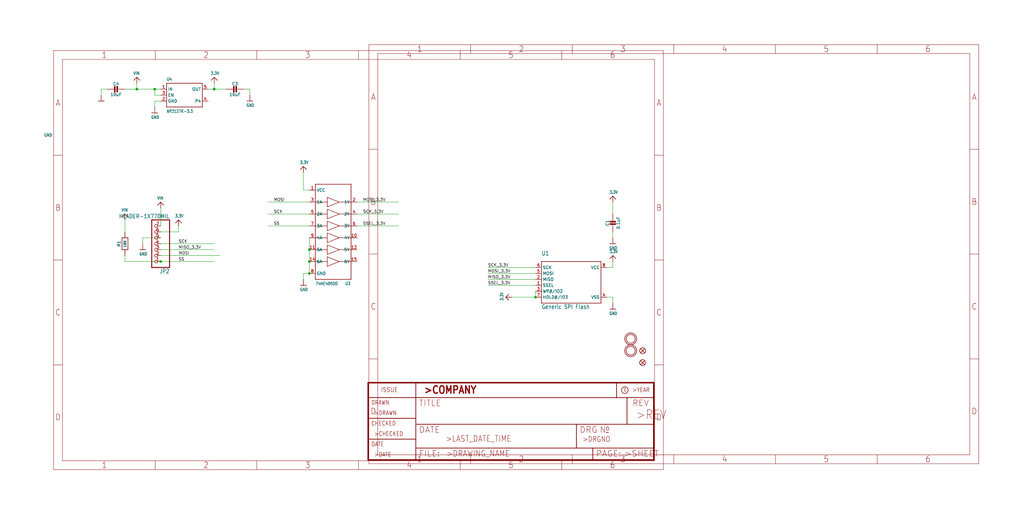
<source format=kicad_sch>
(kicad_sch (version 20211123) (generator eeschema)
  (paper "User" 437.134 220.421)
  (lib_symbols
    (symbol "eagleSchem-eagle-import:3.3V" (power)
      (property "Value" "3.3V" (at -1.524 1.016 0))
      (symbol "3.3V_1_0"
        (polyline (pts (xy -1.27 -1.27) (xy 0 0)) (stroke (width 0.254)))
        (polyline (pts (xy 0 0) (xy 1.27 -1.27)) (stroke (width 0.254)))
        (pin power_in line (at 0 -2.54 90) (length 2.54) (name "3.3V") (number "1"))
      )
    )
    (symbol "eagleSchem-eagle-import:74HC4050DTSSOP"
      (property "Reference" "U" (at -7.62 22.86 0))
      (property "Value" "74HC4050DTSSOP" (at -7.62 -22.86 0))
      (symbol "74HC4050DTSSOP_1_0"
        (polyline (pts (xy -7.62 -20.32) (xy -7.62 20.32)) (stroke (width 0.254)))
        (polyline (pts (xy -7.62 -12.7) (xy -2.54 -12.7)) (stroke (width 0.2032)))
        (polyline (pts (xy -7.62 -7.62) (xy -2.54 -7.62)) (stroke (width 0.2032)))
        (polyline (pts (xy -7.62 -2.54) (xy -2.54 -2.54)) (stroke (width 0.2032)))
        (polyline (pts (xy -7.62 2.54) (xy -2.54 2.54)) (stroke (width 0.2032)))
        (polyline (pts (xy -7.62 7.62) (xy -2.54 7.62)) (stroke (width 0.2032)))
        (polyline (pts (xy -7.62 12.7) (xy -2.54 12.7)) (stroke (width 0.2032)))
        (polyline (pts (xy -7.62 20.32) (xy 7.62 20.32)) (stroke (width 0.254)))
        (polyline (pts (xy -2.54 -14.732) (xy -2.54 -12.7)) (stroke (width 0.2032)))
        (polyline (pts (xy -2.54 -14.732) (xy 2.54 -12.7)) (stroke (width 0.2032)))
        (polyline (pts (xy -2.54 -12.7) (xy -2.54 -10.668)) (stroke (width 0.2032)))
        (polyline (pts (xy -2.54 -9.652) (xy -2.54 -7.62)) (stroke (width 0.2032)))
        (polyline (pts (xy -2.54 -9.652) (xy 2.54 -7.62)) (stroke (width 0.2032)))
        (polyline (pts (xy -2.54 -7.62) (xy -2.54 -5.588)) (stroke (width 0.2032)))
        (polyline (pts (xy -2.54 -4.572) (xy -2.54 -2.54)) (stroke (width 0.2032)))
        (polyline (pts (xy -2.54 -4.572) (xy 2.54 -2.54)) (stroke (width 0.2032)))
        (polyline (pts (xy -2.54 -2.54) (xy -2.54 -0.508)) (stroke (width 0.2032)))
        (polyline (pts (xy -2.54 0.508) (xy -2.54 2.54)) (stroke (width 0.2032)))
        (polyline (pts (xy -2.54 0.508) (xy 2.54 2.54)) (stroke (width 0.2032)))
        (polyline (pts (xy -2.54 2.54) (xy -2.54 4.572)) (stroke (width 0.2032)))
        (polyline (pts (xy -2.54 5.588) (xy -2.54 7.62)) (stroke (width 0.2032)))
        (polyline (pts (xy -2.54 5.588) (xy 2.54 7.62)) (stroke (width 0.2032)))
        (polyline (pts (xy -2.54 7.62) (xy -2.54 9.652)) (stroke (width 0.2032)))
        (polyline (pts (xy -2.54 10.668) (xy -2.54 12.7)) (stroke (width 0.2032)))
        (polyline (pts (xy -2.54 10.668) (xy 2.54 12.7)) (stroke (width 0.2032)))
        (polyline (pts (xy -2.54 12.7) (xy -2.54 14.732)) (stroke (width 0.2032)))
        (polyline (pts (xy 2.54 -12.7) (xy -2.54 -10.668)) (stroke (width 0.2032)))
        (polyline (pts (xy 2.54 -12.7) (xy 7.62 -12.7)) (stroke (width 0.2032)))
        (polyline (pts (xy 2.54 -7.62) (xy -2.54 -5.588)) (stroke (width 0.2032)))
        (polyline (pts (xy 2.54 -7.62) (xy 7.62 -7.62)) (stroke (width 0.2032)))
        (polyline (pts (xy 2.54 -2.54) (xy -2.54 -0.508)) (stroke (width 0.2032)))
        (polyline (pts (xy 2.54 -2.54) (xy 7.62 -2.54)) (stroke (width 0.2032)))
        (polyline (pts (xy 2.54 2.54) (xy -2.54 4.572)) (stroke (width 0.2032)))
        (polyline (pts (xy 2.54 2.54) (xy 7.62 2.54)) (stroke (width 0.2032)))
        (polyline (pts (xy 2.54 7.62) (xy -2.54 9.652)) (stroke (width 0.2032)))
        (polyline (pts (xy 2.54 7.62) (xy 7.62 7.62)) (stroke (width 0.2032)))
        (polyline (pts (xy 2.54 12.7) (xy -2.54 14.732)) (stroke (width 0.2032)))
        (polyline (pts (xy 2.54 12.7) (xy 7.62 12.7)) (stroke (width 0.2032)))
        (polyline (pts (xy 7.62 -20.32) (xy -7.62 -20.32)) (stroke (width 0.254)))
        (polyline (pts (xy 7.62 12.7) (xy 7.62 -20.32)) (stroke (width 0.254)))
        (polyline (pts (xy 7.62 20.32) (xy 7.62 12.7)) (stroke (width 0.254)))
        (pin bidirectional line (at -10.16 17.78 0) (length 2.54) (name "VCC") (number "1"))
        (pin bidirectional line (at 10.16 -2.54 180) (length 2.54) (name "4Y") (number "10"))
        (pin bidirectional line (at -10.16 -7.62 0) (length 2.54) (name "5A") (number "11"))
        (pin bidirectional line (at 10.16 -7.62 180) (length 2.54) (name "5Y") (number "12"))
        (pin bidirectional line (at -10.16 -12.7 0) (length 2.54) (name "6A") (number "14"))
        (pin bidirectional line (at 10.16 -12.7 180) (length 2.54) (name "6Y") (number "15"))
        (pin bidirectional line (at 10.16 12.7 180) (length 2.54) (name "1Y") (number "2"))
        (pin bidirectional line (at -10.16 12.7 0) (length 2.54) (name "1A") (number "3"))
        (pin bidirectional line (at 10.16 7.62 180) (length 2.54) (name "2Y") (number "4"))
        (pin bidirectional line (at -10.16 7.62 0) (length 2.54) (name "2A") (number "5"))
        (pin bidirectional line (at 10.16 2.54 180) (length 2.54) (name "3Y") (number "6"))
        (pin bidirectional line (at -10.16 2.54 0) (length 2.54) (name "3A") (number "7"))
        (pin bidirectional line (at -10.16 -17.78 0) (length 2.54) (name "GND") (number "8"))
        (pin bidirectional line (at -10.16 -2.54 0) (length 2.54) (name "4A") (number "9"))
      )
    )
    (symbol "eagleSchem-eagle-import:CAP_CERAMIC0603_NO"
      (property "Reference" "C" (at -2.29 1.25 90))
      (property "Value" "CAP_CERAMIC0603_NO" (at 2.3 1.25 90))
      (symbol "CAP_CERAMIC0603_NO_1_0"
        (rectangle (start -1.27 0.508) (end 1.27 1.016) (fill (type outline)))
        (rectangle (start -1.27 1.524) (end 1.27 2.032) (fill (type outline)))
        (polyline (pts (xy 0 0.762) (xy 0 0)) (stroke (width 0.1524)))
        (polyline (pts (xy 0 2.54) (xy 0 1.778)) (stroke (width 0.1524)))
        (pin passive line (at 0 5.08 270) (length 2.54) (name "1") (number "1"))
        (pin passive line (at 0 -2.54 90) (length 2.54) (name "2") (number "2"))
      )
    )
    (symbol "eagleSchem-eagle-import:CAP_CERAMIC0805-NOOUTLINE"
      (property "Reference" "C" (at -2.29 1.25 90))
      (property "Value" "CAP_CERAMIC0805-NOOUTLINE" (at 2.3 1.25 90))
      (symbol "CAP_CERAMIC0805-NOOUTLINE_1_0"
        (rectangle (start -1.27 0.508) (end 1.27 1.016) (fill (type outline)))
        (rectangle (start -1.27 1.524) (end 1.27 2.032) (fill (type outline)))
        (polyline (pts (xy 0 0.762) (xy 0 0)) (stroke (width 0.1524)))
        (polyline (pts (xy 0 2.54) (xy 0 1.778)) (stroke (width 0.1524)))
        (pin passive line (at 0 5.08 270) (length 2.54) (name "1") (number "1"))
        (pin passive line (at 0 -2.54 90) (length 2.54) (name "2") (number "2"))
      )
    )
    (symbol "eagleSchem-eagle-import:FIDUCIAL_1MM"
      (symbol "FIDUCIAL_1MM_1_0"
        (polyline (pts (xy -0.762 0.762) (xy 0.762 -0.762)) (stroke (width 0.254)))
        (polyline (pts (xy 0.762 0.762) (xy -0.762 -0.762)) (stroke (width 0.254)))
        (circle (center 0 0) (radius 1.27) (stroke (width 0.254)))
      )
    )
    (symbol "eagleSchem-eagle-import:FRAME_A4"
      (symbol "FRAME_A4_0_0"
        (polyline (pts (xy 0 44.7675) (xy 3.81 44.7675)))
        (polyline (pts (xy 0 89.535) (xy 3.81 89.535)))
        (polyline (pts (xy 0 134.3025) (xy 3.81 134.3025)))
        (polyline (pts (xy 3.81 3.81) (xy 3.81 175.26)))
        (polyline (pts (xy 43.3917 0) (xy 43.3917 3.81)))
        (polyline (pts (xy 43.3917 175.26) (xy 43.3917 179.07)))
        (polyline (pts (xy 86.7833 0) (xy 86.7833 3.81)))
        (polyline (pts (xy 86.7833 175.26) (xy 86.7833 179.07)))
        (polyline (pts (xy 130.175 0) (xy 130.175 3.81)))
        (polyline (pts (xy 130.175 175.26) (xy 130.175 179.07)))
        (polyline (pts (xy 173.5667 0) (xy 173.5667 3.81)))
        (polyline (pts (xy 173.5667 175.26) (xy 173.5667 179.07)))
        (polyline (pts (xy 216.9583 0) (xy 216.9583 3.81)))
        (polyline (pts (xy 216.9583 175.26) (xy 216.9583 179.07)))
        (polyline (pts (xy 256.54 3.81) (xy 3.81 3.81)))
        (polyline (pts (xy 256.54 3.81) (xy 256.54 175.26)))
        (polyline (pts (xy 256.54 44.7675) (xy 260.35 44.7675)))
        (polyline (pts (xy 256.54 89.535) (xy 260.35 89.535)))
        (polyline (pts (xy 256.54 134.3025) (xy 260.35 134.3025)))
        (polyline (pts (xy 256.54 175.26) (xy 3.81 175.26)))
        (polyline (pts (xy 0 0) (xy 260.35 0) (xy 260.35 179.07) (xy 0 179.07) (xy 0 0)))
        (text "1" (at 21.6958 1.905 0) (effects (font (size 2.54 2.286))))
        (text "1" (at 21.6958 177.165 0) (effects (font (size 2.54 2.286))))
        (text "2" (at 65.0875 1.905 0) (effects (font (size 2.54 2.286))))
        (text "2" (at 65.0875 177.165 0) (effects (font (size 2.54 2.286))))
        (text "3" (at 108.4792 1.905 0) (effects (font (size 2.54 2.286))))
        (text "3" (at 108.4792 177.165 0) (effects (font (size 2.54 2.286))))
        (text "4" (at 151.8708 1.905 0) (effects (font (size 2.54 2.286))))
        (text "4" (at 151.8708 177.165 0) (effects (font (size 2.54 2.286))))
        (text "5" (at 195.2625 1.905 0) (effects (font (size 2.54 2.286))))
        (text "5" (at 195.2625 177.165 0) (effects (font (size 2.54 2.286))))
        (text "6" (at 238.6542 1.905 0) (effects (font (size 2.54 2.286))))
        (text "6" (at 238.6542 177.165 0) (effects (font (size 2.54 2.286))))
        (text "A" (at 1.905 156.6863 0) (effects (font (size 2.54 2.286))))
        (text "A" (at 258.445 156.6863 0) (effects (font (size 2.54 2.286))))
        (text "B" (at 1.905 111.9188 0) (effects (font (size 2.54 2.286))))
        (text "B" (at 258.445 111.9188 0) (effects (font (size 2.54 2.286))))
        (text "C" (at 1.905 67.1513 0) (effects (font (size 2.54 2.286))))
        (text "C" (at 258.445 67.1513 0) (effects (font (size 2.54 2.286))))
        (text "D" (at 1.905 22.3838 0) (effects (font (size 2.54 2.286))))
        (text "D" (at 258.445 22.3838 0) (effects (font (size 2.54 2.286))))
      )
      (symbol "FRAME_A4_1_0"
        (polyline (pts (xy 256.54 3.81) (xy 256.54 8.89)) (stroke (width 0.1016)))
        (polyline (pts (xy 256.54 8.89) (xy 256.54 13.97)) (stroke (width 0.1016)))
        (polyline (pts (xy 256.54 13.97) (xy 256.54 19.05)) (stroke (width 0.1016)))
        (polyline (pts (xy 256.54 19.05) (xy 256.54 36.83)) (stroke (width 0.1016)))
      )
      (symbol "FRAME_A4_2_0"
        (polyline (pts (xy -0.3048 1.5748) (xy 20.0152 1.5748)) (stroke (width 0.6096)))
        (polyline (pts (xy -0.3048 10.4648) (xy -0.3048 1.5748)) (stroke (width 0.6096)))
        (polyline (pts (xy -0.3048 10.4648) (xy 20.0152 10.4648)) (stroke (width 0.3048)))
        (polyline (pts (xy -0.3048 19.3548) (xy -0.3048 10.4648)) (stroke (width 0.6096)))
        (polyline (pts (xy -0.3048 19.3548) (xy 20.0152 19.3548)) (stroke (width 0.3048)))
        (polyline (pts (xy -0.3048 28.2448) (xy -0.3048 19.3548)) (stroke (width 0.6096)))
        (polyline (pts (xy -0.3048 28.2448) (xy 20.0152 28.2448)) (stroke (width 0.3048)))
        (polyline (pts (xy -0.3048 34.5948) (xy -0.3048 28.2448)) (stroke (width 0.6096)))
        (polyline (pts (xy 20.0152 1.5748) (xy 20.0152 6.6548)) (stroke (width 0.3048)))
        (polyline (pts (xy 20.0152 1.5748) (xy 95.5802 1.5748)) (stroke (width 0.6096)))
        (polyline (pts (xy 20.0152 6.6548) (xy 20.0152 10.4648)) (stroke (width 0.3048)))
        (polyline (pts (xy 20.0152 6.6548) (xy 88.5952 6.6548)) (stroke (width 0.3048)))
        (polyline (pts (xy 20.0152 10.4648) (xy 20.0152 16.8148)) (stroke (width 0.3048)))
        (polyline (pts (xy 20.0152 16.8148) (xy 20.0152 19.3548)) (stroke (width 0.3048)))
        (polyline (pts (xy 20.0152 19.3548) (xy 20.0152 28.2448)) (stroke (width 0.3048)))
        (polyline (pts (xy 20.0152 28.2448) (xy 20.0152 34.5948)) (stroke (width 0.3048)))
        (polyline (pts (xy 20.0152 28.2448) (xy 105.7402 28.2448)) (stroke (width 0.3048)))
        (polyline (pts (xy 20.0152 34.5948) (xy -0.3048 34.5948)) (stroke (width 0.6096)))
        (polyline (pts (xy 88.5952 6.6548) (xy 95.5802 6.6548)) (stroke (width 0.3048)))
        (polyline (pts (xy 88.5952 16.8148) (xy 20.0152 16.8148)) (stroke (width 0.3048)))
        (polyline (pts (xy 88.5952 16.8148) (xy 88.5952 6.6548)) (stroke (width 0.3048)))
        (polyline (pts (xy 95.5802 1.5748) (xy 121.6152 1.5748)) (stroke (width 0.6096)))
        (polyline (pts (xy 95.5802 6.6548) (xy 95.5802 1.5748)) (stroke (width 0.3048)))
        (polyline (pts (xy 95.5802 6.6548) (xy 121.6152 6.6548)) (stroke (width 0.3048)))
        (polyline (pts (xy 101.2952 13.3223) (xy 102.2477 13.3223)) (stroke (width 0.254)))
        (polyline (pts (xy 105.7402 28.2448) (xy 105.7402 34.5948)) (stroke (width 0.3048)))
        (polyline (pts (xy 105.7402 28.2448) (xy 110.1852 28.2448)) (stroke (width 0.3048)))
        (polyline (pts (xy 105.7402 34.5948) (xy 20.0152 34.5948)) (stroke (width 0.6096)))
        (polyline (pts (xy 110.1852 16.8148) (xy 88.5952 16.8148)) (stroke (width 0.3048)))
        (polyline (pts (xy 110.1852 28.2448) (xy 110.1852 16.8148)) (stroke (width 0.3048)))
        (polyline (pts (xy 110.1852 28.2448) (xy 121.6152 28.2448)) (stroke (width 0.3048)))
        (polyline (pts (xy 121.6152 6.6548) (xy 121.6152 1.5748)) (stroke (width 0.6096)))
        (polyline (pts (xy 121.6152 16.8148) (xy 110.1852 16.8148)) (stroke (width 0.3048)))
        (polyline (pts (xy 121.6152 16.8148) (xy 121.6152 6.6548)) (stroke (width 0.6096)))
        (polyline (pts (xy 121.6152 28.2448) (xy 121.6152 16.8148)) (stroke (width 0.6096)))
        (polyline (pts (xy 121.6152 34.5948) (xy 105.7402 34.5948)) (stroke (width 0.6096)))
        (polyline (pts (xy 121.6152 34.5948) (xy 121.6152 28.2448)) (stroke (width 0.6096)))
        (circle (center 109.2327 31.4198) (radius 1.4199) (stroke (width 0.254)))
        (text ">CHECKED" (at 2.2352 11.7348 0) (effects (font (size 1.778 1.5113)) (justify left bottom)))
        (text ">COMPANY" (at 23.349 29.6735 0) (effects (font (size 3.175 2.6987) (thickness 0.5397) bold) (justify left bottom)))
        (text ">DATE" (at 2.2352 2.8448 0) (effects (font (size 1.778 1.5113)) (justify left bottom)))
        (text ">DRAWING_NAME" (at 33.0327 2.8448 0) (effects (font (size 2.54 2.159)) (justify left bottom)))
        (text ">DRAWN" (at 2.2352 20.6248 0) (effects (font (size 1.778 1.5113)) (justify left bottom)))
        (text ">DRGNO" (at 91.1352 9.1948 0) (effects (font (size 2.1844 1.8567)) (justify left bottom)))
        (text ">LAST_DATE_TIME" (at 32.7152 9.1948 0) (effects (font (size 2.54 2.159)) (justify left bottom)))
        (text ">REV" (at 113.9952 18.7198 0) (effects (font (size 3.81 3.2385)) (justify left bottom)))
        (text ">SHEET" (at 108.9152 2.8448 0) (effects (font (size 2.54 2.54)) (justify left bottom)))
        (text ">YEAR" (at 112.4077 30.4673 0) (effects (font (size 1.778 1.5113)) (justify left bottom)))
        (text "C" (at 108.7564 30.7848 0) (effects (font (size 1.27 1.0795)) (justify left bottom)))
        (text "CHECKED" (at 0.9652 16.1798 0) (effects (font (size 1.778 1.5113)) (justify left bottom)))
        (text "DATE" (at 0.9652 7.2898 0) (effects (font (size 1.778 1.5113)) (justify left bottom)))
        (text "DATE" (at 21.2852 13.0048 0) (effects (font (size 2.54 2.54)) (justify left bottom)))
        (text "DRAWN" (at 0.9652 25.0698 0) (effects (font (size 1.778 1.5113)) (justify left bottom)))
        (text "DRG" (at 89.8652 13.0048 0) (effects (font (size 2.54 2.54)) (justify left bottom)))
        (text "FILE:" (at 21.2852 2.8448 0) (effects (font (size 2.54 2.54)) (justify left bottom)))
        (text "ISSUE" (at 5.0927 30.4673 0) (effects (font (size 1.9304 1.6408)) (justify left bottom)))
        (text "N" (at 98.4377 13.0048 0) (effects (font (size 2.54 2.54)) (justify left bottom)))
        (text "o" (at 100.9777 13.9573 0) (effects (font (size 2.1844 1.8567)) (justify left bottom)))
        (text "PAGE:" (at 96.8502 2.8448 0) (effects (font (size 2.54 2.54)) (justify left bottom)))
        (text "REV" (at 112.4077 24.4348 0) (effects (font (size 2.54 2.54)) (justify left bottom)))
        (text "TITLE" (at 21.2852 24.4348 0) (effects (font (size 2.54 2.54)) (justify left bottom)))
      )
    )
    (symbol "eagleSchem-eagle-import:GND" (power)
      (property "Value" "GND" (at -1.524 -2.54 0))
      (symbol "GND_1_0"
        (polyline (pts (xy -1.27 0) (xy 1.27 0)) (stroke (width 0.254)))
        (pin power_in line (at 0 2.54 270) (length 2.54) (name "GND") (number "1"))
      )
    )
    (symbol "eagleSchem-eagle-import:HEADER-1X770MIL"
      (property "Reference" "JP" (at -6.35 10.795 0))
      (property "Value" "HEADER-1X770MIL" (at -6.35 -12.7 0))
      (symbol "HEADER-1X770MIL_1_0"
        (polyline (pts (xy -6.35 -10.16) (xy 1.27 -10.16)) (stroke (width 0.4064)))
        (polyline (pts (xy -6.35 10.16) (xy -6.35 -10.16)) (stroke (width 0.4064)))
        (polyline (pts (xy 1.27 -10.16) (xy 1.27 10.16)) (stroke (width 0.4064)))
        (polyline (pts (xy 1.27 10.16) (xy -6.35 10.16)) (stroke (width 0.4064)))
        (pin passive inverted (at -2.54 7.62 0) (length 2.54) (name "1") (number "1"))
        (pin passive inverted (at -2.54 5.08 0) (length 2.54) (name "2") (number "2"))
        (pin passive inverted (at -2.54 2.54 0) (length 2.54) (name "3") (number "3"))
        (pin passive inverted (at -2.54 0 0) (length 2.54) (name "4") (number "4"))
        (pin passive inverted (at -2.54 -2.54 0) (length 2.54) (name "5") (number "5"))
        (pin passive inverted (at -2.54 -5.08 0) (length 2.54) (name "6") (number "6"))
        (pin passive inverted (at -2.54 -7.62 0) (length 2.54) (name "7") (number "7"))
      )
    )
    (symbol "eagleSchem-eagle-import:MOUNTINGHOLE2.5"
      (symbol "MOUNTINGHOLE2.5_1_0"
        (circle (center 0 0) (radius 1.905) (stroke (width 0.254)))
        (circle (center 0 0) (radius 2.54) (stroke (width 0.254)))
      )
    )
    (symbol "eagleSchem-eagle-import:RESISTOR_0603_NOOUT"
      (property "Reference" "R" (at 0 2.54 0))
      (property "Value" "RESISTOR_0603_NOOUT" (at 0 0 0))
      (symbol "RESISTOR_0603_NOOUT_1_0"
        (polyline (pts (xy -2.54 -1.27) (xy -2.54 1.27)) (stroke (width 0.254)))
        (polyline (pts (xy -2.54 1.27) (xy 2.54 1.27)) (stroke (width 0.254)))
        (polyline (pts (xy 2.54 -1.27) (xy -2.54 -1.27)) (stroke (width 0.254)))
        (polyline (pts (xy 2.54 1.27) (xy 2.54 -1.27)) (stroke (width 0.254)))
        (pin passive line (at -5.08 0 0) (length 2.54) (name "1") (number "1"))
        (pin passive line (at 5.08 0 180) (length 2.54) (name "2") (number "2"))
      )
    )
    (symbol "eagleSchem-eagle-import:SPIFLASH_8PIN208MIL"
      (property "Reference" "U" (at -12.7 12.7 0))
      (property "Value" "SPIFLASH_8PIN208MIL" (at -12.7 -10.16 0))
      (symbol "SPIFLASH_8PIN208MIL_1_0"
        (polyline (pts (xy -12.7 -7.62) (xy -12.7 10.16)) (stroke (width 0.254)))
        (polyline (pts (xy -12.7 10.16) (xy 12.7 10.16)) (stroke (width 0.254)))
        (polyline (pts (xy 12.7 -7.62) (xy -12.7 -7.62)) (stroke (width 0.254)))
        (polyline (pts (xy 12.7 10.16) (xy 12.7 -7.62)) (stroke (width 0.254)))
        (pin bidirectional line (at -15.24 0 0) (length 2.54) (name "SSEL") (number "1"))
        (pin bidirectional line (at -15.24 2.54 0) (length 2.54) (name "MISO") (number "2"))
        (pin bidirectional line (at -15.24 -2.54 0) (length 2.54) (name "WP#/IO2") (number "3"))
        (pin bidirectional line (at 15.24 -5.08 180) (length 2.54) (name "VSS") (number "4"))
        (pin bidirectional line (at -15.24 5.08 0) (length 2.54) (name "MOSI") (number "5"))
        (pin bidirectional line (at -15.24 7.62 0) (length 2.54) (name "SCK") (number "6"))
        (pin bidirectional line (at -15.24 -5.08 0) (length 2.54) (name "HOLD#/IO3") (number "7"))
        (pin bidirectional line (at 15.24 7.62 180) (length 2.54) (name "VCC") (number "8"))
      )
    )
    (symbol "eagleSchem-eagle-import:VIN" (power)
      (property "Value" "VIN" (at -1.524 1.016 0))
      (symbol "VIN_1_0"
        (polyline (pts (xy -1.27 -1.27) (xy 0 0)) (stroke (width 0.254)))
        (polyline (pts (xy 0 0) (xy 1.27 -1.27)) (stroke (width 0.254)))
        (pin power_in line (at 0 -2.54 90) (length 2.54) (name "VIN") (number "1"))
      )
    )
    (symbol "eagleSchem-eagle-import:VREG_SOT23-5"
      (property "Reference" "U" (at -7.62 6.096 0))
      (property "Value" "VREG_SOT23-5" (at -7.62 -7.62 0))
      (symbol "VREG_SOT23-5_1_0"
        (polyline (pts (xy -7.62 -5.08) (xy -7.62 5.08)) (stroke (width 0.254)))
        (polyline (pts (xy -7.62 5.08) (xy 7.62 5.08)) (stroke (width 0.254)))
        (polyline (pts (xy 7.62 -5.08) (xy -7.62 -5.08)) (stroke (width 0.254)))
        (polyline (pts (xy 7.62 5.08) (xy 7.62 -5.08)) (stroke (width 0.254)))
        (pin power_in line (at -10.16 2.54 0) (length 2.54) (name "IN") (number "1"))
        (pin power_in line (at -10.16 -2.54 0) (length 2.54) (name "GND") (number "2"))
        (pin input line (at -10.16 0 0) (length 2.54) (name "EN") (number "3"))
        (pin bidirectional line (at 10.16 -2.54 180) (length 2.54) (name "P4") (number "4"))
        (pin power_in line (at 10.16 2.54 180) (length 2.54) (name "OUT") (number "5"))
      )
    )
  )
  (junction (at 132.08 116.84))
  (junction (at 132.08 111.76))
  (junction (at 68.58 111.76))
  (junction (at 66.04 38.1))
  (junction (at 58.42 38.1))
  (junction (at 132.08 106.68))
  (junction (at 91.44 38.1))
  (junction (at 228.6 127))
  (wire (pts (xy 104.14 38.1) (xy 106.68 38.1)))
  (wire (pts (xy 60.96 101.6) (xy 60.96 104.14)))
  (wire (pts (xy 68.58 101.6) (xy 60.96 101.6)))
  (wire (pts (xy 129.54 81.28) (xy 129.54 73.66)))
  (wire (pts (xy 261.62 127) (xy 261.62 129.54)))
  (wire (pts (xy 152.4 91.44) (xy 170.18 91.44)))
  (wire (pts (xy 66.04 40.64) (xy 66.04 38.1)))
  (wire (pts (xy 66.04 43.18) (xy 66.04 45.72)))
  (wire (pts (xy 58.42 38.1) (xy 53.34 38.1)))
  (wire (pts (xy 91.44 38.1) (xy 91.44 35.56)))
  (wire (pts (xy 228.6 114.3) (xy 208.28 114.3)))
  (wire (pts (xy 228.6 116.84) (xy 208.28 116.84)))
  (wire (pts (xy 68.58 88.9) (xy 68.58 96.52)))
  (wire (pts (xy 88.9 38.1) (xy 91.44 38.1)))
  (wire (pts (xy 228.6 124.46) (xy 228.6 127)))
  (wire (pts (xy 43.18 38.1) (xy 43.18 40.64)))
  (wire (pts (xy 129.54 116.84) (xy 129.54 119.38)))
  (wire (pts (xy 132.08 81.28) (xy 129.54 81.28)))
  (wire (pts (xy 91.44 38.1) (xy 96.52 38.1)))
  (wire (pts (xy 106.68 38.1) (xy 106.68 40.64)))
  (wire (pts (xy 132.08 91.44) (xy 114.3 91.44)))
  (wire (pts (xy 66.04 38.1) (xy 58.42 38.1)))
  (wire (pts (xy 45.72 38.1) (xy 43.18 38.1)))
  (wire (pts (xy 228.6 119.38) (xy 208.28 119.38)))
  (wire (pts (xy 261.62 114.3) (xy 261.62 111.76)))
  (wire (pts (xy 132.08 96.52) (xy 114.3 96.52)))
  (wire (pts (xy 68.58 109.22) (xy 93.98 109.22)))
  (wire (pts (xy 132.08 116.84) (xy 129.54 116.84)))
  (wire (pts (xy 152.4 86.36) (xy 170.18 86.36)))
  (wire (pts (xy 259.08 114.3) (xy 261.62 114.3)))
  (wire (pts (xy 68.58 111.76) (xy 53.34 111.76)))
  (wire (pts (xy 261.62 101.6) (xy 261.62 99.06)))
  (wire (pts (xy 152.4 96.52) (xy 170.18 96.52)))
  (wire (pts (xy 53.34 111.76) (xy 53.34 109.22)))
  (wire (pts (xy 68.58 111.76) (xy 91.44 111.76)))
  (wire (pts (xy 228.6 127) (xy 218.44 127)))
  (wire (pts (xy 68.58 38.1) (xy 66.04 38.1)))
  (wire (pts (xy 132.08 111.76) (xy 132.08 116.84)))
  (wire (pts (xy 261.62 86.36) (xy 261.62 91.44)))
  (wire (pts (xy 132.08 86.36) (xy 114.3 86.36)))
  (wire (pts (xy 68.58 106.68) (xy 91.44 106.68)))
  (wire (pts (xy 259.08 127) (xy 261.62 127)))
  (wire (pts (xy 58.42 38.1) (xy 58.42 35.56)))
  (wire (pts (xy 68.58 43.18) (xy 66.04 43.18)))
  (wire (pts (xy 132.08 101.6) (xy 132.08 106.68)))
  (wire (pts (xy 53.34 99.06) (xy 53.34 93.98)))
  (wire (pts (xy 68.58 40.64) (xy 66.04 40.64)))
  (wire (pts (xy 68.58 104.14) (xy 91.44 104.14)))
  (wire (pts (xy 76.2 99.06) (xy 76.2 96.52)))
  (wire (pts (xy 68.58 99.06) (xy 76.2 99.06)))
  (wire (pts (xy 228.6 121.92) (xy 208.28 121.92)))
  (wire (pts (xy 132.08 106.68) (xy 132.08 111.76)))
  (label "SSEL_3.3V" (at 154.94 96.52 0) (effects (font (size 1.2446 1.2446))))
  (label "MISO_3.3V" (at 76.2 106.68 0) (effects (font (size 1.2446 1.2446))))
  (label "SS" (at 76.2 111.76 0) (effects (font (size 1.2446 1.2446))))
  (label "MOSI" (at 116.84 86.36 0) (effects (font (size 1.2446 1.2446))))
  (label "MISO_3.3V" (at 208.28 119.38 0) (effects (font (size 1.2446 1.2446))))
  (label "SCK" (at 76.2 104.14 0) (effects (font (size 1.2446 1.2446))))
  (label "SCK_3.3V" (at 154.94 91.44 0) (effects (font (size 1.2446 1.2446))))
  (label "SSEL_3.3V" (at 208.28 121.92 0) (effects (font (size 1.2446 1.2446))))
  (label "MOSI_3.3V" (at 154.94 86.36 0) (effects (font (size 1.2446 1.2446))))
  (label "MOSI" (at 76.2 109.22 0) (effects (font (size 1.2446 1.2446))))
  (label "SCK_3.3V" (at 208.28 114.3 0) (effects (font (size 1.2446 1.2446))))
  (label "SS" (at 116.84 96.52 0) (effects (font (size 1.2446 1.2446))))
  (label "MOSI_3.3V" (at 208.28 116.84 0) (effects (font (size 1.2446 1.2446))))
  (label "SCK" (at 116.84 91.44 0) (effects (font (size 1.2446 1.2446))))
  (symbol (lib_id "eagleSchem-eagle-import:74HC4050DTSSOP") (at 142.24 99.06 0) (unit 1)
    (property "Reference" "U3" (at 147.32 121.92 0) (effects (font (size 1.27 1.0795)) (justify left bottom)))
    (property "Value" "74HC4050D" (at 134.62 121.92 0) (effects (font (size 1.27 1.0795)) (justify left bottom)))
    (property "Footprint" "eagleSchem:TSSOP16" (effects hide))
  )
  (symbol (lib_id "eagleSchem-eagle-import:CAP_CERAMIC0603_NO") (at 261.62 96.52 0) (unit 1)
    (property "Reference" "C1" (at 259.33 95.27 90))
    (property "Value" "0.1uF" (at 263.92 95.27 90))
    (property "Footprint" "eagleSchem:0603-NO" (effects hide))
  )
  (symbol (lib_id "eagleSchem-eagle-import:3.3V") (at 261.62 109.22 0) (unit 1)
    (property "Reference" "#U$7" (effects hide))
    (property "Value" "3.3V" (at 260.096 108.204 0) (effects (font (size 1.27 1.0795)) (justify left bottom)))
    (property "Footprint" "eagleSchem:" (effects hide))
  )
  (symbol (lib_id "eagleSchem-eagle-import:GND") (at 60.96 106.68 0) (unit 1)
    (property "Reference" "#U$5" (effects hide))
    (property "Value" "GND" (at 59.436 109.22 0) (effects (font (size 1.27 1.0795)) (justify left bottom)))
    (property "Footprint" "eagleSchem:" (effects hide))
  )
  (symbol (lib_id "eagleSchem-eagle-import:MOUNTINGHOLE2.5") (at 269.24 144.78 0) (unit 1)
    (property "Reference" "U$17" (effects hide))
    (property "Value" "MOUNTINGHOLE2.5" (effects hide))
    (property "Footprint" "eagleSchem:MOUNTINGHOLE_2.5_PLATED" (effects hide))
  )
  (symbol (lib_id "eagleSchem-eagle-import:VIN") (at 68.58 86.36 0) (unit 1)
    (property "Reference" "#U$15" (effects hide))
    (property "Value" "VIN" (at 67.056 85.344 0) (effects (font (size 1.27 1.0795)) (justify left bottom)))
    (property "Footprint" "eagleSchem:" (effects hide))
  )
  (symbol (lib_id "eagleSchem-eagle-import:SPIFLASH_8PIN208MIL") (at 243.84 121.92 0) (unit 1)
    (property "Reference" "U1" (at 231.14 109.22 0) (effects (font (size 1.778 1.5113)) (justify left bottom)))
    (property "Value" "Generic SPI Flash" (at 231.14 132.08 0) (effects (font (size 1.778 1.5113)) (justify left bottom)))
    (property "Footprint" "eagleSchem:SOIC8_208MIL" (effects hide))
  )
  (symbol (lib_id "eagleSchem-eagle-import:GND") (at 261.62 132.08 0) (unit 1)
    (property "Reference" "#U$8" (effects hide))
    (property "Value" "GND" (at 260.096 134.62 0) (effects (font (size 1.27 1.0795)) (justify left bottom)))
    (property "Footprint" "eagleSchem:" (effects hide))
  )
  (symbol (lib_id "eagleSchem-eagle-import:VREG_SOT23-5") (at 78.74 40.64 0) (unit 1)
    (property "Reference" "U4" (at 71.12 34.544 0) (effects (font (size 1.27 1.0795)) (justify left bottom)))
    (property "Value" "AP2127K-3.3" (at 71.12 48.26 0) (effects (font (size 1.27 1.0795)) (justify left bottom)))
    (property "Footprint" "eagleSchem:SOT23-5" (effects hide))
  )
  (symbol (lib_id "eagleSchem-eagle-import:RESISTOR_0603_NOOUT") (at 53.34 104.14 90) (unit 1)
    (property "Reference" "R1" (at 50.8 104.14 0))
    (property "Value" "10K" (at 53.34 104.14 0) (effects (font (size 1.016 1.016) bold)))
    (property "Footprint" "eagleSchem:0603-NO" (effects hide))
  )
  (symbol (lib_id "eagleSchem-eagle-import:GND") (at 106.68 43.18 0) (unit 1)
    (property "Reference" "#U$10" (effects hide))
    (property "Value" "GND" (at 105.156 45.72 0) (effects (font (size 1.27 1.0795)) (justify left bottom)))
    (property "Footprint" "eagleSchem:" (effects hide))
  )
  (symbol (lib_id "eagleSchem-eagle-import:FRAME_A4") (at 157.48 198.12 0) (unit 2)
    (property "Reference" "#FRAME1" (effects hide))
    (property "Value" "FRAME_A4" (effects hide))
    (property "Footprint" "eagleSchem:" (effects hide))
  )
  (symbol (lib_id "eagleSchem-eagle-import:3.3V") (at 215.9 127 90) (unit 1)
    (property "Reference" "#U$12" (effects hide))
    (property "Value" "3.3V" (at 214.884 128.524 0) (effects (font (size 1.27 1.0795)) (justify left bottom)))
    (property "Footprint" "eagleSchem:" (effects hide))
  )
  (symbol (lib_id "eagleSchem-eagle-import:FIDUCIAL_1MM") (at 274.32 149.86 0) (unit 1)
    (property "Reference" "FID3" (effects hide))
    (property "Value" "FIDUCIAL_1MM" (effects hide))
    (property "Footprint" "eagleSchem:FIDUCIAL_1MM" (effects hide))
  )
  (symbol (lib_id "eagleSchem-eagle-import:MOUNTINGHOLE2.5") (at 269.24 149.86 0) (unit 1)
    (property "Reference" "U$16" (effects hide))
    (property "Value" "MOUNTINGHOLE2.5" (effects hide))
    (property "Footprint" "eagleSchem:MOUNTINGHOLE_2.5_PLATED" (effects hide))
  )
  (symbol (lib_id "eagleSchem-eagle-import:GND") (at 43.18 43.18 0) (unit 1)
    (property "Reference" "#U$11" (effects hide))
    (property "Value" "GND" (at 18.796 58.42 0) (effects (font (size 1.27 1.0795)) (justify left bottom)))
    (property "Footprint" "eagleSchem:" (effects hide))
  )
  (symbol (lib_id "eagleSchem-eagle-import:CAP_CERAMIC0805-NOOUTLINE") (at 99.06 38.1 270) (unit 1)
    (property "Reference" "C3" (at 100.31 35.81 90))
    (property "Value" "10uF" (at 100.31 40.4 90))
    (property "Footprint" "eagleSchem:0805-NO" (effects hide))
  )
  (symbol (lib_id "eagleSchem-eagle-import:3.3V") (at 76.2 93.98 0) (unit 1)
    (property "Reference" "#U$18" (effects hide))
    (property "Value" "3.3V" (at 74.676 92.964 0) (effects (font (size 1.27 1.0795)) (justify left bottom)))
    (property "Footprint" "eagleSchem:" (effects hide))
  )
  (symbol (lib_id "eagleSchem-eagle-import:CAP_CERAMIC0805-NOOUTLINE") (at 48.26 38.1 270) (unit 1)
    (property "Reference" "C4" (at 49.51 35.81 90))
    (property "Value" "10uF" (at 49.51 40.4 90))
    (property "Footprint" "eagleSchem:0805-NO" (effects hide))
  )
  (symbol (lib_id "eagleSchem-eagle-import:GND") (at 261.62 104.14 0) (unit 1)
    (property "Reference" "#U$9" (effects hide))
    (property "Value" "GND" (at 260.096 106.68 0) (effects (font (size 1.27 1.0795)) (justify left bottom)))
    (property "Footprint" "eagleSchem:" (effects hide))
  )
  (symbol (lib_id "eagleSchem-eagle-import:VIN") (at 53.34 91.44 0) (unit 1)
    (property "Reference" "#U$14" (effects hide))
    (property "Value" "VIN" (at 51.816 90.424 0) (effects (font (size 1.27 1.0795)) (justify left bottom)))
    (property "Footprint" "eagleSchem:" (effects hide))
  )
  (symbol (lib_id "eagleSchem-eagle-import:3.3V") (at 261.62 83.82 0) (unit 1)
    (property "Reference" "#U$6" (effects hide))
    (property "Value" "3.3V" (at 260.096 82.804 0) (effects (font (size 1.27 1.0795)) (justify left bottom)))
    (property "Footprint" "eagleSchem:" (effects hide))
  )
  (symbol (lib_id "eagleSchem-eagle-import:GND") (at 129.54 121.92 0) (unit 1)
    (property "Reference" "#U$3" (effects hide))
    (property "Value" "GND" (at 128.016 124.46 0) (effects (font (size 1.27 1.0795)) (justify left bottom)))
    (property "Footprint" "eagleSchem:" (effects hide))
  )
  (symbol (lib_id "eagleSchem-eagle-import:HEADER-1X770MIL") (at 66.04 104.14 180) (unit 1)
    (property "Reference" "JP2" (at 72.39 114.935 0) (effects (font (size 1.778 1.5113)) (justify left bottom)))
    (property "Value" "HEADER-1X770MIL" (at 72.39 91.44 0) (effects (font (size 1.778 1.5113)) (justify left bottom)))
    (property "Footprint" "eagleSchem:1X07_ROUND_70" (effects hide))
  )
  (symbol (lib_id "eagleSchem-eagle-import:3.3V") (at 129.54 71.12 0) (unit 1)
    (property "Reference" "#U$20" (effects hide))
    (property "Value" "3.3V" (at 128.016 70.104 0) (effects (font (size 1.27 1.0795)) (justify left bottom)))
    (property "Footprint" "eagleSchem:" (effects hide))
  )
  (symbol (lib_id "eagleSchem-eagle-import:3.3V") (at 91.44 33.02 0) (unit 1)
    (property "Reference" "#U$1" (effects hide))
    (property "Value" "3.3V" (at 89.916 32.004 0) (effects (font (size 1.27 1.0795)) (justify left bottom)))
    (property "Footprint" "eagleSchem:" (effects hide))
  )
  (symbol (lib_id "eagleSchem-eagle-import:FRAME_A4") (at 22.86 200.66 0) (unit 1)
    (property "Reference" "#FRAME1" (effects hide))
    (property "Value" "FRAME_A4" (effects hide))
    (property "Footprint" "eagleSchem:" (effects hide))
  )
  (symbol (lib_id "eagleSchem-eagle-import:FIDUCIAL_1MM") (at 274.32 154.94 0) (unit 1)
    (property "Reference" "FID2" (effects hide))
    (property "Value" "FIDUCIAL_1MM" (effects hide))
    (property "Footprint" "eagleSchem:FIDUCIAL_1MM" (effects hide))
  )
  (symbol (lib_id "eagleSchem-eagle-import:GND") (at 66.04 48.26 0) (unit 1)
    (property "Reference" "#U$4" (effects hide))
    (property "Value" "GND" (at 64.516 50.8 0) (effects (font (size 1.27 1.0795)) (justify left bottom)))
    (property "Footprint" "eagleSchem:" (effects hide))
  )
  (symbol (lib_id "eagleSchem-eagle-import:VIN") (at 58.42 33.02 0) (unit 1)
    (property "Reference" "#U$2" (effects hide))
    (property "Value" "VIN" (at 56.896 32.004 0) (effects (font (size 1.27 1.0795)) (justify left bottom)))
    (property "Footprint" "eagleSchem:" (effects hide))
  )
)
</source>
